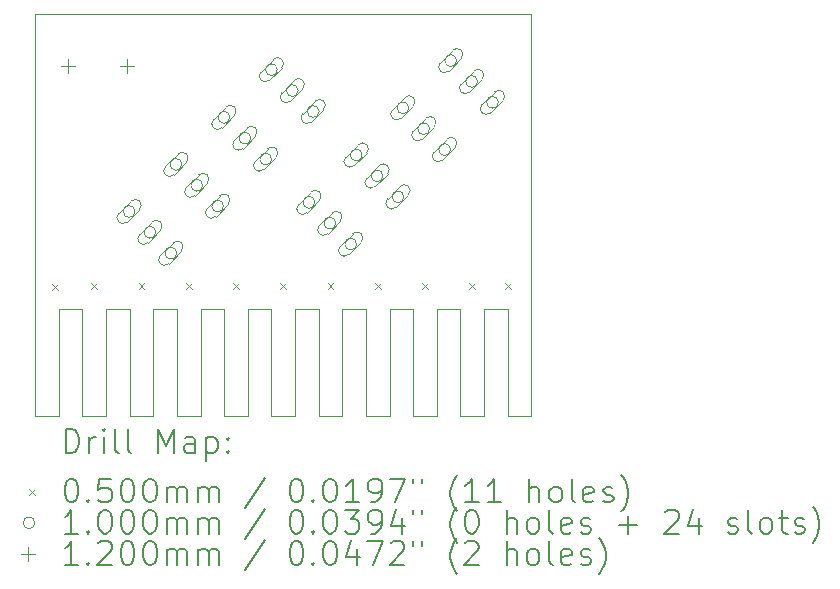
<source format=gbr>
%TF.GenerationSoftware,KiCad,Pcbnew,9.0.1*%
%TF.CreationDate,2025-06-01T13:14:17+02:00*%
%TF.ProjectId,Sim-module,53696d2d-6d6f-4647-956c-652e6b696361,rev?*%
%TF.SameCoordinates,Original*%
%TF.FileFunction,Drillmap*%
%TF.FilePolarity,Positive*%
%FSLAX45Y45*%
G04 Gerber Fmt 4.5, Leading zero omitted, Abs format (unit mm)*
G04 Created by KiCad (PCBNEW 9.0.1) date 2025-06-01 13:14:17*
%MOMM*%
%LPD*%
G01*
G04 APERTURE LIST*
%ADD10C,0.050000*%
%ADD11C,0.200000*%
%ADD12C,0.100000*%
%ADD13C,0.120000*%
G04 APERTURE END LIST*
D10*
X18700000Y-6500000D02*
X18900000Y-6500000D01*
X17500000Y-6500000D02*
X17700000Y-6500000D01*
X19300000Y-6500000D02*
X19300000Y-7400000D01*
X19100000Y-6500000D02*
X19300000Y-6500000D01*
X18500000Y-7400000D02*
X18700000Y-7400000D01*
X18900000Y-6500000D02*
X18900000Y-7400000D01*
X16300000Y-7400000D02*
X16300000Y-6500000D01*
X17300000Y-6500000D02*
X17300000Y-7400000D01*
X18300000Y-6500000D02*
X18500000Y-6500000D01*
X18100000Y-6500000D02*
X18100000Y-7400000D01*
X18300000Y-7400000D02*
X18300000Y-6500000D01*
X16500000Y-6500000D02*
X16500000Y-7400000D01*
X19100000Y-7400000D02*
X19100000Y-6500000D01*
X19300000Y-7400000D02*
X19500000Y-7400000D01*
X17700000Y-7400000D02*
X17900000Y-7400000D01*
X19700000Y-7400000D02*
X19900000Y-7400000D01*
X16500000Y-7400000D02*
X16700000Y-7400000D01*
X17100000Y-6500000D02*
X17300000Y-6500000D01*
X18900000Y-7400000D02*
X19100000Y-7400000D01*
X17500000Y-7400000D02*
X17500000Y-6500000D01*
X19900000Y-4000000D02*
X15700000Y-4000000D01*
X16300000Y-6500000D02*
X16500000Y-6500000D01*
X15700000Y-4000000D02*
X15700000Y-7400000D01*
X19900000Y-4000000D02*
X19900000Y-6500000D01*
X19900000Y-7400000D02*
X19900000Y-6500000D01*
X16700000Y-6500000D02*
X16900000Y-6500000D01*
X18700000Y-7400000D02*
X18700000Y-6500000D01*
X17300000Y-7400000D02*
X17500000Y-7400000D01*
X16900000Y-6500000D02*
X16900000Y-7400000D01*
X15900000Y-7400000D02*
X15900000Y-6500000D01*
X16900000Y-7400000D02*
X17100000Y-7400000D01*
X18500000Y-6500000D02*
X18500000Y-7400000D01*
X16700000Y-7400000D02*
X16700000Y-6500000D01*
X16100000Y-7400000D02*
X16300000Y-7400000D01*
X18100000Y-7400000D02*
X18300000Y-7400000D01*
X17900000Y-7400000D02*
X17900000Y-6500000D01*
X16100000Y-6500000D02*
X16100000Y-7400000D01*
X17900000Y-6500000D02*
X18100000Y-6500000D01*
X19700000Y-6500000D02*
X19700000Y-7400000D01*
X15900000Y-6500000D02*
X16100000Y-6500000D01*
X17700000Y-6500000D02*
X17700000Y-7400000D01*
X15700000Y-7400000D02*
X15900000Y-7400000D01*
X19500000Y-7400000D02*
X19500000Y-6500000D01*
X17100000Y-7400000D02*
X17100000Y-6500000D01*
X19500000Y-6500000D02*
X19700000Y-6500000D01*
D11*
D12*
X15842500Y-6285000D02*
X15892500Y-6335000D01*
X15892500Y-6285000D02*
X15842500Y-6335000D01*
X16175000Y-6280000D02*
X16225000Y-6330000D01*
X16225000Y-6280000D02*
X16175000Y-6330000D01*
X16575000Y-6280000D02*
X16625000Y-6330000D01*
X16625000Y-6280000D02*
X16575000Y-6330000D01*
X16975000Y-6280000D02*
X17025000Y-6330000D01*
X17025000Y-6280000D02*
X16975000Y-6330000D01*
X17375000Y-6280000D02*
X17425000Y-6330000D01*
X17425000Y-6280000D02*
X17375000Y-6330000D01*
X17775000Y-6280000D02*
X17825000Y-6330000D01*
X17825000Y-6280000D02*
X17775000Y-6330000D01*
X18175000Y-6280000D02*
X18225000Y-6330000D01*
X18225000Y-6280000D02*
X18175000Y-6330000D01*
X18575000Y-6280000D02*
X18625000Y-6330000D01*
X18625000Y-6280000D02*
X18575000Y-6330000D01*
X18975000Y-6280000D02*
X19025000Y-6330000D01*
X19025000Y-6280000D02*
X18975000Y-6330000D01*
X19375000Y-6280000D02*
X19425000Y-6330000D01*
X19425000Y-6280000D02*
X19375000Y-6330000D01*
X19675000Y-6280000D02*
X19725000Y-6330000D01*
X19725000Y-6280000D02*
X19675000Y-6330000D01*
X16545000Y-5670000D02*
G75*
G02*
X16445000Y-5670000I-50000J0D01*
G01*
X16445000Y-5670000D02*
G75*
G02*
X16545000Y-5670000I50000J0D01*
G01*
X16477322Y-5758388D02*
X16583388Y-5652322D01*
X16512678Y-5581612D02*
G75*
G02*
X16583388Y-5652322I35355J-35355D01*
G01*
X16512678Y-5581612D02*
X16406612Y-5687678D01*
X16406612Y-5687678D02*
G75*
G03*
X16477322Y-5758388I35355J-35355D01*
G01*
X16721777Y-5846777D02*
G75*
G02*
X16621777Y-5846777I-50000J0D01*
G01*
X16621777Y-5846777D02*
G75*
G02*
X16721777Y-5846777I50000J0D01*
G01*
X16654099Y-5935165D02*
X16760165Y-5829099D01*
X16689454Y-5758388D02*
G75*
G02*
X16760165Y-5829099I35355J-35355D01*
G01*
X16689454Y-5758388D02*
X16583388Y-5864454D01*
X16583388Y-5864454D02*
G75*
G03*
X16654099Y-5935165I35355J-35355D01*
G01*
X16898553Y-6023553D02*
G75*
G02*
X16798553Y-6023553I-50000J0D01*
G01*
X16798553Y-6023553D02*
G75*
G02*
X16898553Y-6023553I50000J0D01*
G01*
X16830876Y-6111942D02*
X16936942Y-6005876D01*
X16866231Y-5935165D02*
G75*
G02*
X16936942Y-6005876I35355J-35355D01*
G01*
X16866231Y-5935165D02*
X16760165Y-6041231D01*
X16760165Y-6041231D02*
G75*
G03*
X16830876Y-6111942I35355J-35355D01*
G01*
X16941447Y-5271447D02*
G75*
G02*
X16841447Y-5271447I-50000J0D01*
G01*
X16841447Y-5271447D02*
G75*
G02*
X16941447Y-5271447I50000J0D01*
G01*
X16873769Y-5359835D02*
X16979835Y-5253769D01*
X16909124Y-5183058D02*
G75*
G02*
X16979835Y-5253769I35355J-35355D01*
G01*
X16909124Y-5183058D02*
X16803058Y-5289124D01*
X16803058Y-5289124D02*
G75*
G03*
X16873769Y-5359835I35355J-35355D01*
G01*
X17118223Y-5448223D02*
G75*
G02*
X17018223Y-5448223I-50000J0D01*
G01*
X17018223Y-5448223D02*
G75*
G02*
X17118223Y-5448223I50000J0D01*
G01*
X17050546Y-5536612D02*
X17156612Y-5430546D01*
X17085901Y-5359835D02*
G75*
G02*
X17156612Y-5430546I35355J-35355D01*
G01*
X17085901Y-5359835D02*
X16979835Y-5465901D01*
X16979835Y-5465901D02*
G75*
G03*
X17050546Y-5536612I35355J-35355D01*
G01*
X17295000Y-5625000D02*
G75*
G02*
X17195000Y-5625000I-50000J0D01*
G01*
X17195000Y-5625000D02*
G75*
G02*
X17295000Y-5625000I50000J0D01*
G01*
X17227322Y-5713388D02*
X17333388Y-5607322D01*
X17262678Y-5536612D02*
G75*
G02*
X17333388Y-5607322I35355J-35355D01*
G01*
X17262678Y-5536612D02*
X17156612Y-5642678D01*
X17156612Y-5642678D02*
G75*
G03*
X17227322Y-5713388I35355J-35355D01*
G01*
X17348223Y-4873223D02*
G75*
G02*
X17248223Y-4873223I-50000J0D01*
G01*
X17248223Y-4873223D02*
G75*
G02*
X17348223Y-4873223I50000J0D01*
G01*
X17280546Y-4961612D02*
X17386612Y-4855546D01*
X17315901Y-4784835D02*
G75*
G02*
X17386612Y-4855546I35355J-35355D01*
G01*
X17315901Y-4784835D02*
X17209835Y-4890901D01*
X17209835Y-4890901D02*
G75*
G03*
X17280546Y-4961612I35355J-35355D01*
G01*
X17525000Y-5050000D02*
G75*
G02*
X17425000Y-5050000I-50000J0D01*
G01*
X17425000Y-5050000D02*
G75*
G02*
X17525000Y-5050000I50000J0D01*
G01*
X17457322Y-5138388D02*
X17563388Y-5032322D01*
X17492678Y-4961612D02*
G75*
G02*
X17563388Y-5032322I35355J-35355D01*
G01*
X17492678Y-4961612D02*
X17386612Y-5067678D01*
X17386612Y-5067678D02*
G75*
G03*
X17457322Y-5138388I35355J-35355D01*
G01*
X17701777Y-5226777D02*
G75*
G02*
X17601777Y-5226777I-50000J0D01*
G01*
X17601777Y-5226777D02*
G75*
G02*
X17701777Y-5226777I50000J0D01*
G01*
X17634099Y-5315165D02*
X17740165Y-5209099D01*
X17669454Y-5138388D02*
G75*
G02*
X17740165Y-5209099I35355J-35355D01*
G01*
X17669454Y-5138388D02*
X17563388Y-5244454D01*
X17563388Y-5244454D02*
G75*
G03*
X17634099Y-5315165I35355J-35355D01*
G01*
X17750000Y-4470000D02*
G75*
G02*
X17650000Y-4470000I-50000J0D01*
G01*
X17650000Y-4470000D02*
G75*
G02*
X17750000Y-4470000I50000J0D01*
G01*
X17682322Y-4558388D02*
X17788388Y-4452322D01*
X17717678Y-4381612D02*
G75*
G02*
X17788388Y-4452322I35355J-35355D01*
G01*
X17717678Y-4381612D02*
X17611612Y-4487678D01*
X17611612Y-4487678D02*
G75*
G03*
X17682322Y-4558388I35355J-35355D01*
G01*
X17926777Y-4646777D02*
G75*
G02*
X17826777Y-4646777I-50000J0D01*
G01*
X17826777Y-4646777D02*
G75*
G02*
X17926777Y-4646777I50000J0D01*
G01*
X17859099Y-4735165D02*
X17965165Y-4629099D01*
X17894454Y-4558388D02*
G75*
G02*
X17965165Y-4629099I35355J-35355D01*
G01*
X17894454Y-4558388D02*
X17788388Y-4664454D01*
X17788388Y-4664454D02*
G75*
G03*
X17859099Y-4735165I35355J-35355D01*
G01*
X18067911Y-5592911D02*
G75*
G02*
X17967911Y-5592911I-50000J0D01*
G01*
X17967911Y-5592911D02*
G75*
G02*
X18067911Y-5592911I50000J0D01*
G01*
X18000233Y-5681299D02*
X18106299Y-5575233D01*
X18035589Y-5504523D02*
G75*
G02*
X18106299Y-5575233I35355J-35355D01*
G01*
X18035589Y-5504523D02*
X17929523Y-5610589D01*
X17929523Y-5610589D02*
G75*
G03*
X18000233Y-5681299I35355J-35355D01*
G01*
X18103553Y-4823553D02*
G75*
G02*
X18003553Y-4823553I-50000J0D01*
G01*
X18003553Y-4823553D02*
G75*
G02*
X18103553Y-4823553I50000J0D01*
G01*
X18035876Y-4911942D02*
X18141942Y-4805876D01*
X18071231Y-4735165D02*
G75*
G02*
X18141942Y-4805876I35355J-35355D01*
G01*
X18071231Y-4735165D02*
X17965165Y-4841231D01*
X17965165Y-4841231D02*
G75*
G03*
X18035876Y-4911942I35355J-35355D01*
G01*
X18244688Y-5769688D02*
G75*
G02*
X18144688Y-5769688I-50000J0D01*
G01*
X18144688Y-5769688D02*
G75*
G02*
X18244688Y-5769688I50000J0D01*
G01*
X18177010Y-5858076D02*
X18283076Y-5752010D01*
X18212366Y-5681299D02*
G75*
G02*
X18283076Y-5752010I35355J-35355D01*
G01*
X18212366Y-5681299D02*
X18106300Y-5787365D01*
X18106300Y-5787365D02*
G75*
G03*
X18177010Y-5858076I35355J-35355D01*
G01*
X18421465Y-5946464D02*
G75*
G02*
X18321465Y-5946464I-50000J0D01*
G01*
X18321465Y-5946464D02*
G75*
G02*
X18421465Y-5946464I50000J0D01*
G01*
X18353787Y-6034853D02*
X18459853Y-5928787D01*
X18389142Y-5858076D02*
G75*
G02*
X18459853Y-5928787I35355J-35355D01*
G01*
X18389142Y-5858076D02*
X18283076Y-5964142D01*
X18283076Y-5964142D02*
G75*
G03*
X18353787Y-6034853I35355J-35355D01*
G01*
X18467911Y-5192911D02*
G75*
G02*
X18367911Y-5192911I-50000J0D01*
G01*
X18367911Y-5192911D02*
G75*
G02*
X18467911Y-5192911I50000J0D01*
G01*
X18400233Y-5281299D02*
X18506299Y-5175233D01*
X18435589Y-5104523D02*
G75*
G02*
X18506299Y-5175233I35355J-35355D01*
G01*
X18435589Y-5104523D02*
X18329523Y-5210589D01*
X18329523Y-5210589D02*
G75*
G03*
X18400233Y-5281299I35355J-35355D01*
G01*
X18644688Y-5369688D02*
G75*
G02*
X18544688Y-5369688I-50000J0D01*
G01*
X18544688Y-5369688D02*
G75*
G02*
X18644688Y-5369688I50000J0D01*
G01*
X18577010Y-5458076D02*
X18683076Y-5352010D01*
X18612366Y-5281300D02*
G75*
G02*
X18683076Y-5352010I35355J-35355D01*
G01*
X18612366Y-5281300D02*
X18506300Y-5387366D01*
X18506300Y-5387366D02*
G75*
G03*
X18577010Y-5458076I35355J-35355D01*
G01*
X18821465Y-5546465D02*
G75*
G02*
X18721465Y-5546465I-50000J0D01*
G01*
X18721465Y-5546465D02*
G75*
G02*
X18821465Y-5546465I50000J0D01*
G01*
X18753787Y-5634853D02*
X18859853Y-5528787D01*
X18789142Y-5458076D02*
G75*
G02*
X18859853Y-5528787I35355J-35355D01*
G01*
X18789142Y-5458076D02*
X18683076Y-5564142D01*
X18683076Y-5564142D02*
G75*
G03*
X18753787Y-5634853I35355J-35355D01*
G01*
X18862599Y-4792911D02*
G75*
G02*
X18762599Y-4792911I-50000J0D01*
G01*
X18762599Y-4792911D02*
G75*
G02*
X18862599Y-4792911I50000J0D01*
G01*
X18794921Y-4881299D02*
X18900987Y-4775233D01*
X18830277Y-4704523D02*
G75*
G02*
X18900987Y-4775233I35355J-35355D01*
G01*
X18830277Y-4704523D02*
X18724211Y-4810589D01*
X18724211Y-4810589D02*
G75*
G03*
X18794921Y-4881299I35355J-35355D01*
G01*
X19039376Y-4969688D02*
G75*
G02*
X18939376Y-4969688I-50000J0D01*
G01*
X18939376Y-4969688D02*
G75*
G02*
X19039376Y-4969688I50000J0D01*
G01*
X18971698Y-5058076D02*
X19077764Y-4952010D01*
X19007053Y-4881300D02*
G75*
G02*
X19077764Y-4952010I35355J-35355D01*
G01*
X19007053Y-4881300D02*
X18900987Y-4987366D01*
X18900987Y-4987366D02*
G75*
G03*
X18971698Y-5058076I35355J-35355D01*
G01*
X19216152Y-5146465D02*
G75*
G02*
X19116152Y-5146465I-50000J0D01*
G01*
X19116152Y-5146465D02*
G75*
G02*
X19216152Y-5146465I50000J0D01*
G01*
X19148475Y-5234853D02*
X19254541Y-5128787D01*
X19183830Y-5058076D02*
G75*
G02*
X19254541Y-5128787I35355J-35355D01*
G01*
X19183830Y-5058076D02*
X19077764Y-5164142D01*
X19077764Y-5164142D02*
G75*
G03*
X19148475Y-5234853I35355J-35355D01*
G01*
X19267911Y-4392911D02*
G75*
G02*
X19167911Y-4392911I-50000J0D01*
G01*
X19167911Y-4392911D02*
G75*
G02*
X19267911Y-4392911I50000J0D01*
G01*
X19200233Y-4481299D02*
X19306299Y-4375233D01*
X19235589Y-4304523D02*
G75*
G02*
X19306299Y-4375233I35355J-35355D01*
G01*
X19235589Y-4304523D02*
X19129523Y-4410589D01*
X19129523Y-4410589D02*
G75*
G03*
X19200233Y-4481299I35355J-35355D01*
G01*
X19444688Y-4569688D02*
G75*
G02*
X19344688Y-4569688I-50000J0D01*
G01*
X19344688Y-4569688D02*
G75*
G02*
X19444688Y-4569688I50000J0D01*
G01*
X19377010Y-4658076D02*
X19483076Y-4552010D01*
X19412366Y-4481300D02*
G75*
G02*
X19483076Y-4552010I35355J-35355D01*
G01*
X19412366Y-4481300D02*
X19306300Y-4587366D01*
X19306300Y-4587366D02*
G75*
G03*
X19377010Y-4658076I35355J-35355D01*
G01*
X19621465Y-4746465D02*
G75*
G02*
X19521465Y-4746465I-50000J0D01*
G01*
X19521465Y-4746465D02*
G75*
G02*
X19621465Y-4746465I50000J0D01*
G01*
X19553787Y-4834853D02*
X19659853Y-4728787D01*
X19589142Y-4658076D02*
G75*
G02*
X19659853Y-4728787I35355J-35355D01*
G01*
X19589142Y-4658076D02*
X19483076Y-4764142D01*
X19483076Y-4764142D02*
G75*
G03*
X19553787Y-4834853I35355J-35355D01*
G01*
D13*
X15980000Y-4380000D02*
X15980000Y-4500000D01*
X15920000Y-4440000D02*
X16040000Y-4440000D01*
X16480000Y-4380000D02*
X16480000Y-4500000D01*
X16420000Y-4440000D02*
X16540000Y-4440000D01*
D11*
X15958277Y-7713984D02*
X15958277Y-7513984D01*
X15958277Y-7513984D02*
X16005896Y-7513984D01*
X16005896Y-7513984D02*
X16034467Y-7523508D01*
X16034467Y-7523508D02*
X16053515Y-7542555D01*
X16053515Y-7542555D02*
X16063039Y-7561603D01*
X16063039Y-7561603D02*
X16072562Y-7599698D01*
X16072562Y-7599698D02*
X16072562Y-7628269D01*
X16072562Y-7628269D02*
X16063039Y-7666365D01*
X16063039Y-7666365D02*
X16053515Y-7685412D01*
X16053515Y-7685412D02*
X16034467Y-7704460D01*
X16034467Y-7704460D02*
X16005896Y-7713984D01*
X16005896Y-7713984D02*
X15958277Y-7713984D01*
X16158277Y-7713984D02*
X16158277Y-7580650D01*
X16158277Y-7618746D02*
X16167801Y-7599698D01*
X16167801Y-7599698D02*
X16177324Y-7590174D01*
X16177324Y-7590174D02*
X16196372Y-7580650D01*
X16196372Y-7580650D02*
X16215420Y-7580650D01*
X16282086Y-7713984D02*
X16282086Y-7580650D01*
X16282086Y-7513984D02*
X16272562Y-7523508D01*
X16272562Y-7523508D02*
X16282086Y-7533031D01*
X16282086Y-7533031D02*
X16291610Y-7523508D01*
X16291610Y-7523508D02*
X16282086Y-7513984D01*
X16282086Y-7513984D02*
X16282086Y-7533031D01*
X16405896Y-7713984D02*
X16386848Y-7704460D01*
X16386848Y-7704460D02*
X16377324Y-7685412D01*
X16377324Y-7685412D02*
X16377324Y-7513984D01*
X16510658Y-7713984D02*
X16491610Y-7704460D01*
X16491610Y-7704460D02*
X16482086Y-7685412D01*
X16482086Y-7685412D02*
X16482086Y-7513984D01*
X16739229Y-7713984D02*
X16739229Y-7513984D01*
X16739229Y-7513984D02*
X16805896Y-7656841D01*
X16805896Y-7656841D02*
X16872563Y-7513984D01*
X16872563Y-7513984D02*
X16872563Y-7713984D01*
X17053515Y-7713984D02*
X17053515Y-7609222D01*
X17053515Y-7609222D02*
X17043991Y-7590174D01*
X17043991Y-7590174D02*
X17024944Y-7580650D01*
X17024944Y-7580650D02*
X16986848Y-7580650D01*
X16986848Y-7580650D02*
X16967801Y-7590174D01*
X17053515Y-7704460D02*
X17034467Y-7713984D01*
X17034467Y-7713984D02*
X16986848Y-7713984D01*
X16986848Y-7713984D02*
X16967801Y-7704460D01*
X16967801Y-7704460D02*
X16958277Y-7685412D01*
X16958277Y-7685412D02*
X16958277Y-7666365D01*
X16958277Y-7666365D02*
X16967801Y-7647317D01*
X16967801Y-7647317D02*
X16986848Y-7637793D01*
X16986848Y-7637793D02*
X17034467Y-7637793D01*
X17034467Y-7637793D02*
X17053515Y-7628269D01*
X17148753Y-7580650D02*
X17148753Y-7780650D01*
X17148753Y-7590174D02*
X17167801Y-7580650D01*
X17167801Y-7580650D02*
X17205896Y-7580650D01*
X17205896Y-7580650D02*
X17224944Y-7590174D01*
X17224944Y-7590174D02*
X17234467Y-7599698D01*
X17234467Y-7599698D02*
X17243991Y-7618746D01*
X17243991Y-7618746D02*
X17243991Y-7675888D01*
X17243991Y-7675888D02*
X17234467Y-7694936D01*
X17234467Y-7694936D02*
X17224944Y-7704460D01*
X17224944Y-7704460D02*
X17205896Y-7713984D01*
X17205896Y-7713984D02*
X17167801Y-7713984D01*
X17167801Y-7713984D02*
X17148753Y-7704460D01*
X17329705Y-7694936D02*
X17339229Y-7704460D01*
X17339229Y-7704460D02*
X17329705Y-7713984D01*
X17329705Y-7713984D02*
X17320182Y-7704460D01*
X17320182Y-7704460D02*
X17329705Y-7694936D01*
X17329705Y-7694936D02*
X17329705Y-7713984D01*
X17329705Y-7590174D02*
X17339229Y-7599698D01*
X17339229Y-7599698D02*
X17329705Y-7609222D01*
X17329705Y-7609222D02*
X17320182Y-7599698D01*
X17320182Y-7599698D02*
X17329705Y-7590174D01*
X17329705Y-7590174D02*
X17329705Y-7609222D01*
D12*
X15647500Y-8017500D02*
X15697500Y-8067500D01*
X15697500Y-8017500D02*
X15647500Y-8067500D01*
D11*
X15996372Y-7933984D02*
X16015420Y-7933984D01*
X16015420Y-7933984D02*
X16034467Y-7943508D01*
X16034467Y-7943508D02*
X16043991Y-7953031D01*
X16043991Y-7953031D02*
X16053515Y-7972079D01*
X16053515Y-7972079D02*
X16063039Y-8010174D01*
X16063039Y-8010174D02*
X16063039Y-8057793D01*
X16063039Y-8057793D02*
X16053515Y-8095888D01*
X16053515Y-8095888D02*
X16043991Y-8114936D01*
X16043991Y-8114936D02*
X16034467Y-8124460D01*
X16034467Y-8124460D02*
X16015420Y-8133984D01*
X16015420Y-8133984D02*
X15996372Y-8133984D01*
X15996372Y-8133984D02*
X15977324Y-8124460D01*
X15977324Y-8124460D02*
X15967801Y-8114936D01*
X15967801Y-8114936D02*
X15958277Y-8095888D01*
X15958277Y-8095888D02*
X15948753Y-8057793D01*
X15948753Y-8057793D02*
X15948753Y-8010174D01*
X15948753Y-8010174D02*
X15958277Y-7972079D01*
X15958277Y-7972079D02*
X15967801Y-7953031D01*
X15967801Y-7953031D02*
X15977324Y-7943508D01*
X15977324Y-7943508D02*
X15996372Y-7933984D01*
X16148753Y-8114936D02*
X16158277Y-8124460D01*
X16158277Y-8124460D02*
X16148753Y-8133984D01*
X16148753Y-8133984D02*
X16139229Y-8124460D01*
X16139229Y-8124460D02*
X16148753Y-8114936D01*
X16148753Y-8114936D02*
X16148753Y-8133984D01*
X16339229Y-7933984D02*
X16243991Y-7933984D01*
X16243991Y-7933984D02*
X16234467Y-8029222D01*
X16234467Y-8029222D02*
X16243991Y-8019698D01*
X16243991Y-8019698D02*
X16263039Y-8010174D01*
X16263039Y-8010174D02*
X16310658Y-8010174D01*
X16310658Y-8010174D02*
X16329705Y-8019698D01*
X16329705Y-8019698D02*
X16339229Y-8029222D01*
X16339229Y-8029222D02*
X16348753Y-8048269D01*
X16348753Y-8048269D02*
X16348753Y-8095888D01*
X16348753Y-8095888D02*
X16339229Y-8114936D01*
X16339229Y-8114936D02*
X16329705Y-8124460D01*
X16329705Y-8124460D02*
X16310658Y-8133984D01*
X16310658Y-8133984D02*
X16263039Y-8133984D01*
X16263039Y-8133984D02*
X16243991Y-8124460D01*
X16243991Y-8124460D02*
X16234467Y-8114936D01*
X16472562Y-7933984D02*
X16491610Y-7933984D01*
X16491610Y-7933984D02*
X16510658Y-7943508D01*
X16510658Y-7943508D02*
X16520182Y-7953031D01*
X16520182Y-7953031D02*
X16529705Y-7972079D01*
X16529705Y-7972079D02*
X16539229Y-8010174D01*
X16539229Y-8010174D02*
X16539229Y-8057793D01*
X16539229Y-8057793D02*
X16529705Y-8095888D01*
X16529705Y-8095888D02*
X16520182Y-8114936D01*
X16520182Y-8114936D02*
X16510658Y-8124460D01*
X16510658Y-8124460D02*
X16491610Y-8133984D01*
X16491610Y-8133984D02*
X16472562Y-8133984D01*
X16472562Y-8133984D02*
X16453515Y-8124460D01*
X16453515Y-8124460D02*
X16443991Y-8114936D01*
X16443991Y-8114936D02*
X16434467Y-8095888D01*
X16434467Y-8095888D02*
X16424943Y-8057793D01*
X16424943Y-8057793D02*
X16424943Y-8010174D01*
X16424943Y-8010174D02*
X16434467Y-7972079D01*
X16434467Y-7972079D02*
X16443991Y-7953031D01*
X16443991Y-7953031D02*
X16453515Y-7943508D01*
X16453515Y-7943508D02*
X16472562Y-7933984D01*
X16663039Y-7933984D02*
X16682086Y-7933984D01*
X16682086Y-7933984D02*
X16701134Y-7943508D01*
X16701134Y-7943508D02*
X16710658Y-7953031D01*
X16710658Y-7953031D02*
X16720182Y-7972079D01*
X16720182Y-7972079D02*
X16729705Y-8010174D01*
X16729705Y-8010174D02*
X16729705Y-8057793D01*
X16729705Y-8057793D02*
X16720182Y-8095888D01*
X16720182Y-8095888D02*
X16710658Y-8114936D01*
X16710658Y-8114936D02*
X16701134Y-8124460D01*
X16701134Y-8124460D02*
X16682086Y-8133984D01*
X16682086Y-8133984D02*
X16663039Y-8133984D01*
X16663039Y-8133984D02*
X16643991Y-8124460D01*
X16643991Y-8124460D02*
X16634467Y-8114936D01*
X16634467Y-8114936D02*
X16624943Y-8095888D01*
X16624943Y-8095888D02*
X16615420Y-8057793D01*
X16615420Y-8057793D02*
X16615420Y-8010174D01*
X16615420Y-8010174D02*
X16624943Y-7972079D01*
X16624943Y-7972079D02*
X16634467Y-7953031D01*
X16634467Y-7953031D02*
X16643991Y-7943508D01*
X16643991Y-7943508D02*
X16663039Y-7933984D01*
X16815420Y-8133984D02*
X16815420Y-8000650D01*
X16815420Y-8019698D02*
X16824944Y-8010174D01*
X16824944Y-8010174D02*
X16843991Y-8000650D01*
X16843991Y-8000650D02*
X16872563Y-8000650D01*
X16872563Y-8000650D02*
X16891610Y-8010174D01*
X16891610Y-8010174D02*
X16901134Y-8029222D01*
X16901134Y-8029222D02*
X16901134Y-8133984D01*
X16901134Y-8029222D02*
X16910658Y-8010174D01*
X16910658Y-8010174D02*
X16929705Y-8000650D01*
X16929705Y-8000650D02*
X16958277Y-8000650D01*
X16958277Y-8000650D02*
X16977325Y-8010174D01*
X16977325Y-8010174D02*
X16986848Y-8029222D01*
X16986848Y-8029222D02*
X16986848Y-8133984D01*
X17082086Y-8133984D02*
X17082086Y-8000650D01*
X17082086Y-8019698D02*
X17091610Y-8010174D01*
X17091610Y-8010174D02*
X17110658Y-8000650D01*
X17110658Y-8000650D02*
X17139229Y-8000650D01*
X17139229Y-8000650D02*
X17158277Y-8010174D01*
X17158277Y-8010174D02*
X17167801Y-8029222D01*
X17167801Y-8029222D02*
X17167801Y-8133984D01*
X17167801Y-8029222D02*
X17177325Y-8010174D01*
X17177325Y-8010174D02*
X17196372Y-8000650D01*
X17196372Y-8000650D02*
X17224944Y-8000650D01*
X17224944Y-8000650D02*
X17243991Y-8010174D01*
X17243991Y-8010174D02*
X17253515Y-8029222D01*
X17253515Y-8029222D02*
X17253515Y-8133984D01*
X17643991Y-7924460D02*
X17472563Y-8181603D01*
X17901134Y-7933984D02*
X17920182Y-7933984D01*
X17920182Y-7933984D02*
X17939229Y-7943508D01*
X17939229Y-7943508D02*
X17948753Y-7953031D01*
X17948753Y-7953031D02*
X17958277Y-7972079D01*
X17958277Y-7972079D02*
X17967801Y-8010174D01*
X17967801Y-8010174D02*
X17967801Y-8057793D01*
X17967801Y-8057793D02*
X17958277Y-8095888D01*
X17958277Y-8095888D02*
X17948753Y-8114936D01*
X17948753Y-8114936D02*
X17939229Y-8124460D01*
X17939229Y-8124460D02*
X17920182Y-8133984D01*
X17920182Y-8133984D02*
X17901134Y-8133984D01*
X17901134Y-8133984D02*
X17882087Y-8124460D01*
X17882087Y-8124460D02*
X17872563Y-8114936D01*
X17872563Y-8114936D02*
X17863039Y-8095888D01*
X17863039Y-8095888D02*
X17853515Y-8057793D01*
X17853515Y-8057793D02*
X17853515Y-8010174D01*
X17853515Y-8010174D02*
X17863039Y-7972079D01*
X17863039Y-7972079D02*
X17872563Y-7953031D01*
X17872563Y-7953031D02*
X17882087Y-7943508D01*
X17882087Y-7943508D02*
X17901134Y-7933984D01*
X18053515Y-8114936D02*
X18063039Y-8124460D01*
X18063039Y-8124460D02*
X18053515Y-8133984D01*
X18053515Y-8133984D02*
X18043991Y-8124460D01*
X18043991Y-8124460D02*
X18053515Y-8114936D01*
X18053515Y-8114936D02*
X18053515Y-8133984D01*
X18186848Y-7933984D02*
X18205896Y-7933984D01*
X18205896Y-7933984D02*
X18224944Y-7943508D01*
X18224944Y-7943508D02*
X18234468Y-7953031D01*
X18234468Y-7953031D02*
X18243991Y-7972079D01*
X18243991Y-7972079D02*
X18253515Y-8010174D01*
X18253515Y-8010174D02*
X18253515Y-8057793D01*
X18253515Y-8057793D02*
X18243991Y-8095888D01*
X18243991Y-8095888D02*
X18234468Y-8114936D01*
X18234468Y-8114936D02*
X18224944Y-8124460D01*
X18224944Y-8124460D02*
X18205896Y-8133984D01*
X18205896Y-8133984D02*
X18186848Y-8133984D01*
X18186848Y-8133984D02*
X18167801Y-8124460D01*
X18167801Y-8124460D02*
X18158277Y-8114936D01*
X18158277Y-8114936D02*
X18148753Y-8095888D01*
X18148753Y-8095888D02*
X18139229Y-8057793D01*
X18139229Y-8057793D02*
X18139229Y-8010174D01*
X18139229Y-8010174D02*
X18148753Y-7972079D01*
X18148753Y-7972079D02*
X18158277Y-7953031D01*
X18158277Y-7953031D02*
X18167801Y-7943508D01*
X18167801Y-7943508D02*
X18186848Y-7933984D01*
X18443991Y-8133984D02*
X18329706Y-8133984D01*
X18386848Y-8133984D02*
X18386848Y-7933984D01*
X18386848Y-7933984D02*
X18367801Y-7962555D01*
X18367801Y-7962555D02*
X18348753Y-7981603D01*
X18348753Y-7981603D02*
X18329706Y-7991127D01*
X18539229Y-8133984D02*
X18577325Y-8133984D01*
X18577325Y-8133984D02*
X18596372Y-8124460D01*
X18596372Y-8124460D02*
X18605896Y-8114936D01*
X18605896Y-8114936D02*
X18624944Y-8086365D01*
X18624944Y-8086365D02*
X18634468Y-8048269D01*
X18634468Y-8048269D02*
X18634468Y-7972079D01*
X18634468Y-7972079D02*
X18624944Y-7953031D01*
X18624944Y-7953031D02*
X18615420Y-7943508D01*
X18615420Y-7943508D02*
X18596372Y-7933984D01*
X18596372Y-7933984D02*
X18558277Y-7933984D01*
X18558277Y-7933984D02*
X18539229Y-7943508D01*
X18539229Y-7943508D02*
X18529706Y-7953031D01*
X18529706Y-7953031D02*
X18520182Y-7972079D01*
X18520182Y-7972079D02*
X18520182Y-8019698D01*
X18520182Y-8019698D02*
X18529706Y-8038746D01*
X18529706Y-8038746D02*
X18539229Y-8048269D01*
X18539229Y-8048269D02*
X18558277Y-8057793D01*
X18558277Y-8057793D02*
X18596372Y-8057793D01*
X18596372Y-8057793D02*
X18615420Y-8048269D01*
X18615420Y-8048269D02*
X18624944Y-8038746D01*
X18624944Y-8038746D02*
X18634468Y-8019698D01*
X18701134Y-7933984D02*
X18834468Y-7933984D01*
X18834468Y-7933984D02*
X18748753Y-8133984D01*
X18901134Y-7933984D02*
X18901134Y-7972079D01*
X18977325Y-7933984D02*
X18977325Y-7972079D01*
X19272563Y-8210174D02*
X19263039Y-8200650D01*
X19263039Y-8200650D02*
X19243991Y-8172079D01*
X19243991Y-8172079D02*
X19234468Y-8153031D01*
X19234468Y-8153031D02*
X19224944Y-8124460D01*
X19224944Y-8124460D02*
X19215420Y-8076841D01*
X19215420Y-8076841D02*
X19215420Y-8038746D01*
X19215420Y-8038746D02*
X19224944Y-7991127D01*
X19224944Y-7991127D02*
X19234468Y-7962555D01*
X19234468Y-7962555D02*
X19243991Y-7943508D01*
X19243991Y-7943508D02*
X19263039Y-7914936D01*
X19263039Y-7914936D02*
X19272563Y-7905412D01*
X19453515Y-8133984D02*
X19339230Y-8133984D01*
X19396372Y-8133984D02*
X19396372Y-7933984D01*
X19396372Y-7933984D02*
X19377325Y-7962555D01*
X19377325Y-7962555D02*
X19358277Y-7981603D01*
X19358277Y-7981603D02*
X19339230Y-7991127D01*
X19643991Y-8133984D02*
X19529706Y-8133984D01*
X19586849Y-8133984D02*
X19586849Y-7933984D01*
X19586849Y-7933984D02*
X19567801Y-7962555D01*
X19567801Y-7962555D02*
X19548753Y-7981603D01*
X19548753Y-7981603D02*
X19529706Y-7991127D01*
X19882087Y-8133984D02*
X19882087Y-7933984D01*
X19967801Y-8133984D02*
X19967801Y-8029222D01*
X19967801Y-8029222D02*
X19958277Y-8010174D01*
X19958277Y-8010174D02*
X19939230Y-8000650D01*
X19939230Y-8000650D02*
X19910658Y-8000650D01*
X19910658Y-8000650D02*
X19891611Y-8010174D01*
X19891611Y-8010174D02*
X19882087Y-8019698D01*
X20091611Y-8133984D02*
X20072563Y-8124460D01*
X20072563Y-8124460D02*
X20063039Y-8114936D01*
X20063039Y-8114936D02*
X20053515Y-8095888D01*
X20053515Y-8095888D02*
X20053515Y-8038746D01*
X20053515Y-8038746D02*
X20063039Y-8019698D01*
X20063039Y-8019698D02*
X20072563Y-8010174D01*
X20072563Y-8010174D02*
X20091611Y-8000650D01*
X20091611Y-8000650D02*
X20120182Y-8000650D01*
X20120182Y-8000650D02*
X20139230Y-8010174D01*
X20139230Y-8010174D02*
X20148753Y-8019698D01*
X20148753Y-8019698D02*
X20158277Y-8038746D01*
X20158277Y-8038746D02*
X20158277Y-8095888D01*
X20158277Y-8095888D02*
X20148753Y-8114936D01*
X20148753Y-8114936D02*
X20139230Y-8124460D01*
X20139230Y-8124460D02*
X20120182Y-8133984D01*
X20120182Y-8133984D02*
X20091611Y-8133984D01*
X20272563Y-8133984D02*
X20253515Y-8124460D01*
X20253515Y-8124460D02*
X20243992Y-8105412D01*
X20243992Y-8105412D02*
X20243992Y-7933984D01*
X20424944Y-8124460D02*
X20405896Y-8133984D01*
X20405896Y-8133984D02*
X20367801Y-8133984D01*
X20367801Y-8133984D02*
X20348753Y-8124460D01*
X20348753Y-8124460D02*
X20339230Y-8105412D01*
X20339230Y-8105412D02*
X20339230Y-8029222D01*
X20339230Y-8029222D02*
X20348753Y-8010174D01*
X20348753Y-8010174D02*
X20367801Y-8000650D01*
X20367801Y-8000650D02*
X20405896Y-8000650D01*
X20405896Y-8000650D02*
X20424944Y-8010174D01*
X20424944Y-8010174D02*
X20434468Y-8029222D01*
X20434468Y-8029222D02*
X20434468Y-8048269D01*
X20434468Y-8048269D02*
X20339230Y-8067317D01*
X20510658Y-8124460D02*
X20529706Y-8133984D01*
X20529706Y-8133984D02*
X20567801Y-8133984D01*
X20567801Y-8133984D02*
X20586849Y-8124460D01*
X20586849Y-8124460D02*
X20596373Y-8105412D01*
X20596373Y-8105412D02*
X20596373Y-8095888D01*
X20596373Y-8095888D02*
X20586849Y-8076841D01*
X20586849Y-8076841D02*
X20567801Y-8067317D01*
X20567801Y-8067317D02*
X20539230Y-8067317D01*
X20539230Y-8067317D02*
X20520182Y-8057793D01*
X20520182Y-8057793D02*
X20510658Y-8038746D01*
X20510658Y-8038746D02*
X20510658Y-8029222D01*
X20510658Y-8029222D02*
X20520182Y-8010174D01*
X20520182Y-8010174D02*
X20539230Y-8000650D01*
X20539230Y-8000650D02*
X20567801Y-8000650D01*
X20567801Y-8000650D02*
X20586849Y-8010174D01*
X20663039Y-8210174D02*
X20672563Y-8200650D01*
X20672563Y-8200650D02*
X20691611Y-8172079D01*
X20691611Y-8172079D02*
X20701134Y-8153031D01*
X20701134Y-8153031D02*
X20710658Y-8124460D01*
X20710658Y-8124460D02*
X20720182Y-8076841D01*
X20720182Y-8076841D02*
X20720182Y-8038746D01*
X20720182Y-8038746D02*
X20710658Y-7991127D01*
X20710658Y-7991127D02*
X20701134Y-7962555D01*
X20701134Y-7962555D02*
X20691611Y-7943508D01*
X20691611Y-7943508D02*
X20672563Y-7914936D01*
X20672563Y-7914936D02*
X20663039Y-7905412D01*
D12*
X15697500Y-8306500D02*
G75*
G02*
X15597500Y-8306500I-50000J0D01*
G01*
X15597500Y-8306500D02*
G75*
G02*
X15697500Y-8306500I50000J0D01*
G01*
D11*
X16063039Y-8397984D02*
X15948753Y-8397984D01*
X16005896Y-8397984D02*
X16005896Y-8197984D01*
X16005896Y-8197984D02*
X15986848Y-8226555D01*
X15986848Y-8226555D02*
X15967801Y-8245603D01*
X15967801Y-8245603D02*
X15948753Y-8255127D01*
X16148753Y-8378936D02*
X16158277Y-8388460D01*
X16158277Y-8388460D02*
X16148753Y-8397984D01*
X16148753Y-8397984D02*
X16139229Y-8388460D01*
X16139229Y-8388460D02*
X16148753Y-8378936D01*
X16148753Y-8378936D02*
X16148753Y-8397984D01*
X16282086Y-8197984D02*
X16301134Y-8197984D01*
X16301134Y-8197984D02*
X16320182Y-8207508D01*
X16320182Y-8207508D02*
X16329705Y-8217031D01*
X16329705Y-8217031D02*
X16339229Y-8236079D01*
X16339229Y-8236079D02*
X16348753Y-8274174D01*
X16348753Y-8274174D02*
X16348753Y-8321793D01*
X16348753Y-8321793D02*
X16339229Y-8359888D01*
X16339229Y-8359888D02*
X16329705Y-8378936D01*
X16329705Y-8378936D02*
X16320182Y-8388460D01*
X16320182Y-8388460D02*
X16301134Y-8397984D01*
X16301134Y-8397984D02*
X16282086Y-8397984D01*
X16282086Y-8397984D02*
X16263039Y-8388460D01*
X16263039Y-8388460D02*
X16253515Y-8378936D01*
X16253515Y-8378936D02*
X16243991Y-8359888D01*
X16243991Y-8359888D02*
X16234467Y-8321793D01*
X16234467Y-8321793D02*
X16234467Y-8274174D01*
X16234467Y-8274174D02*
X16243991Y-8236079D01*
X16243991Y-8236079D02*
X16253515Y-8217031D01*
X16253515Y-8217031D02*
X16263039Y-8207508D01*
X16263039Y-8207508D02*
X16282086Y-8197984D01*
X16472562Y-8197984D02*
X16491610Y-8197984D01*
X16491610Y-8197984D02*
X16510658Y-8207508D01*
X16510658Y-8207508D02*
X16520182Y-8217031D01*
X16520182Y-8217031D02*
X16529705Y-8236079D01*
X16529705Y-8236079D02*
X16539229Y-8274174D01*
X16539229Y-8274174D02*
X16539229Y-8321793D01*
X16539229Y-8321793D02*
X16529705Y-8359888D01*
X16529705Y-8359888D02*
X16520182Y-8378936D01*
X16520182Y-8378936D02*
X16510658Y-8388460D01*
X16510658Y-8388460D02*
X16491610Y-8397984D01*
X16491610Y-8397984D02*
X16472562Y-8397984D01*
X16472562Y-8397984D02*
X16453515Y-8388460D01*
X16453515Y-8388460D02*
X16443991Y-8378936D01*
X16443991Y-8378936D02*
X16434467Y-8359888D01*
X16434467Y-8359888D02*
X16424943Y-8321793D01*
X16424943Y-8321793D02*
X16424943Y-8274174D01*
X16424943Y-8274174D02*
X16434467Y-8236079D01*
X16434467Y-8236079D02*
X16443991Y-8217031D01*
X16443991Y-8217031D02*
X16453515Y-8207508D01*
X16453515Y-8207508D02*
X16472562Y-8197984D01*
X16663039Y-8197984D02*
X16682086Y-8197984D01*
X16682086Y-8197984D02*
X16701134Y-8207508D01*
X16701134Y-8207508D02*
X16710658Y-8217031D01*
X16710658Y-8217031D02*
X16720182Y-8236079D01*
X16720182Y-8236079D02*
X16729705Y-8274174D01*
X16729705Y-8274174D02*
X16729705Y-8321793D01*
X16729705Y-8321793D02*
X16720182Y-8359888D01*
X16720182Y-8359888D02*
X16710658Y-8378936D01*
X16710658Y-8378936D02*
X16701134Y-8388460D01*
X16701134Y-8388460D02*
X16682086Y-8397984D01*
X16682086Y-8397984D02*
X16663039Y-8397984D01*
X16663039Y-8397984D02*
X16643991Y-8388460D01*
X16643991Y-8388460D02*
X16634467Y-8378936D01*
X16634467Y-8378936D02*
X16624943Y-8359888D01*
X16624943Y-8359888D02*
X16615420Y-8321793D01*
X16615420Y-8321793D02*
X16615420Y-8274174D01*
X16615420Y-8274174D02*
X16624943Y-8236079D01*
X16624943Y-8236079D02*
X16634467Y-8217031D01*
X16634467Y-8217031D02*
X16643991Y-8207508D01*
X16643991Y-8207508D02*
X16663039Y-8197984D01*
X16815420Y-8397984D02*
X16815420Y-8264650D01*
X16815420Y-8283698D02*
X16824944Y-8274174D01*
X16824944Y-8274174D02*
X16843991Y-8264650D01*
X16843991Y-8264650D02*
X16872563Y-8264650D01*
X16872563Y-8264650D02*
X16891610Y-8274174D01*
X16891610Y-8274174D02*
X16901134Y-8293222D01*
X16901134Y-8293222D02*
X16901134Y-8397984D01*
X16901134Y-8293222D02*
X16910658Y-8274174D01*
X16910658Y-8274174D02*
X16929705Y-8264650D01*
X16929705Y-8264650D02*
X16958277Y-8264650D01*
X16958277Y-8264650D02*
X16977325Y-8274174D01*
X16977325Y-8274174D02*
X16986848Y-8293222D01*
X16986848Y-8293222D02*
X16986848Y-8397984D01*
X17082086Y-8397984D02*
X17082086Y-8264650D01*
X17082086Y-8283698D02*
X17091610Y-8274174D01*
X17091610Y-8274174D02*
X17110658Y-8264650D01*
X17110658Y-8264650D02*
X17139229Y-8264650D01*
X17139229Y-8264650D02*
X17158277Y-8274174D01*
X17158277Y-8274174D02*
X17167801Y-8293222D01*
X17167801Y-8293222D02*
X17167801Y-8397984D01*
X17167801Y-8293222D02*
X17177325Y-8274174D01*
X17177325Y-8274174D02*
X17196372Y-8264650D01*
X17196372Y-8264650D02*
X17224944Y-8264650D01*
X17224944Y-8264650D02*
X17243991Y-8274174D01*
X17243991Y-8274174D02*
X17253515Y-8293222D01*
X17253515Y-8293222D02*
X17253515Y-8397984D01*
X17643991Y-8188460D02*
X17472563Y-8445603D01*
X17901134Y-8197984D02*
X17920182Y-8197984D01*
X17920182Y-8197984D02*
X17939229Y-8207508D01*
X17939229Y-8207508D02*
X17948753Y-8217031D01*
X17948753Y-8217031D02*
X17958277Y-8236079D01*
X17958277Y-8236079D02*
X17967801Y-8274174D01*
X17967801Y-8274174D02*
X17967801Y-8321793D01*
X17967801Y-8321793D02*
X17958277Y-8359888D01*
X17958277Y-8359888D02*
X17948753Y-8378936D01*
X17948753Y-8378936D02*
X17939229Y-8388460D01*
X17939229Y-8388460D02*
X17920182Y-8397984D01*
X17920182Y-8397984D02*
X17901134Y-8397984D01*
X17901134Y-8397984D02*
X17882087Y-8388460D01*
X17882087Y-8388460D02*
X17872563Y-8378936D01*
X17872563Y-8378936D02*
X17863039Y-8359888D01*
X17863039Y-8359888D02*
X17853515Y-8321793D01*
X17853515Y-8321793D02*
X17853515Y-8274174D01*
X17853515Y-8274174D02*
X17863039Y-8236079D01*
X17863039Y-8236079D02*
X17872563Y-8217031D01*
X17872563Y-8217031D02*
X17882087Y-8207508D01*
X17882087Y-8207508D02*
X17901134Y-8197984D01*
X18053515Y-8378936D02*
X18063039Y-8388460D01*
X18063039Y-8388460D02*
X18053515Y-8397984D01*
X18053515Y-8397984D02*
X18043991Y-8388460D01*
X18043991Y-8388460D02*
X18053515Y-8378936D01*
X18053515Y-8378936D02*
X18053515Y-8397984D01*
X18186848Y-8197984D02*
X18205896Y-8197984D01*
X18205896Y-8197984D02*
X18224944Y-8207508D01*
X18224944Y-8207508D02*
X18234468Y-8217031D01*
X18234468Y-8217031D02*
X18243991Y-8236079D01*
X18243991Y-8236079D02*
X18253515Y-8274174D01*
X18253515Y-8274174D02*
X18253515Y-8321793D01*
X18253515Y-8321793D02*
X18243991Y-8359888D01*
X18243991Y-8359888D02*
X18234468Y-8378936D01*
X18234468Y-8378936D02*
X18224944Y-8388460D01*
X18224944Y-8388460D02*
X18205896Y-8397984D01*
X18205896Y-8397984D02*
X18186848Y-8397984D01*
X18186848Y-8397984D02*
X18167801Y-8388460D01*
X18167801Y-8388460D02*
X18158277Y-8378936D01*
X18158277Y-8378936D02*
X18148753Y-8359888D01*
X18148753Y-8359888D02*
X18139229Y-8321793D01*
X18139229Y-8321793D02*
X18139229Y-8274174D01*
X18139229Y-8274174D02*
X18148753Y-8236079D01*
X18148753Y-8236079D02*
X18158277Y-8217031D01*
X18158277Y-8217031D02*
X18167801Y-8207508D01*
X18167801Y-8207508D02*
X18186848Y-8197984D01*
X18320182Y-8197984D02*
X18443991Y-8197984D01*
X18443991Y-8197984D02*
X18377325Y-8274174D01*
X18377325Y-8274174D02*
X18405896Y-8274174D01*
X18405896Y-8274174D02*
X18424944Y-8283698D01*
X18424944Y-8283698D02*
X18434468Y-8293222D01*
X18434468Y-8293222D02*
X18443991Y-8312269D01*
X18443991Y-8312269D02*
X18443991Y-8359888D01*
X18443991Y-8359888D02*
X18434468Y-8378936D01*
X18434468Y-8378936D02*
X18424944Y-8388460D01*
X18424944Y-8388460D02*
X18405896Y-8397984D01*
X18405896Y-8397984D02*
X18348753Y-8397984D01*
X18348753Y-8397984D02*
X18329706Y-8388460D01*
X18329706Y-8388460D02*
X18320182Y-8378936D01*
X18539229Y-8397984D02*
X18577325Y-8397984D01*
X18577325Y-8397984D02*
X18596372Y-8388460D01*
X18596372Y-8388460D02*
X18605896Y-8378936D01*
X18605896Y-8378936D02*
X18624944Y-8350365D01*
X18624944Y-8350365D02*
X18634468Y-8312269D01*
X18634468Y-8312269D02*
X18634468Y-8236079D01*
X18634468Y-8236079D02*
X18624944Y-8217031D01*
X18624944Y-8217031D02*
X18615420Y-8207508D01*
X18615420Y-8207508D02*
X18596372Y-8197984D01*
X18596372Y-8197984D02*
X18558277Y-8197984D01*
X18558277Y-8197984D02*
X18539229Y-8207508D01*
X18539229Y-8207508D02*
X18529706Y-8217031D01*
X18529706Y-8217031D02*
X18520182Y-8236079D01*
X18520182Y-8236079D02*
X18520182Y-8283698D01*
X18520182Y-8283698D02*
X18529706Y-8302746D01*
X18529706Y-8302746D02*
X18539229Y-8312269D01*
X18539229Y-8312269D02*
X18558277Y-8321793D01*
X18558277Y-8321793D02*
X18596372Y-8321793D01*
X18596372Y-8321793D02*
X18615420Y-8312269D01*
X18615420Y-8312269D02*
X18624944Y-8302746D01*
X18624944Y-8302746D02*
X18634468Y-8283698D01*
X18805896Y-8264650D02*
X18805896Y-8397984D01*
X18758277Y-8188460D02*
X18710658Y-8331317D01*
X18710658Y-8331317D02*
X18834468Y-8331317D01*
X18901134Y-8197984D02*
X18901134Y-8236079D01*
X18977325Y-8197984D02*
X18977325Y-8236079D01*
X19272563Y-8474174D02*
X19263039Y-8464650D01*
X19263039Y-8464650D02*
X19243991Y-8436079D01*
X19243991Y-8436079D02*
X19234468Y-8417031D01*
X19234468Y-8417031D02*
X19224944Y-8388460D01*
X19224944Y-8388460D02*
X19215420Y-8340841D01*
X19215420Y-8340841D02*
X19215420Y-8302746D01*
X19215420Y-8302746D02*
X19224944Y-8255127D01*
X19224944Y-8255127D02*
X19234468Y-8226555D01*
X19234468Y-8226555D02*
X19243991Y-8207508D01*
X19243991Y-8207508D02*
X19263039Y-8178936D01*
X19263039Y-8178936D02*
X19272563Y-8169412D01*
X19386849Y-8197984D02*
X19405896Y-8197984D01*
X19405896Y-8197984D02*
X19424944Y-8207508D01*
X19424944Y-8207508D02*
X19434468Y-8217031D01*
X19434468Y-8217031D02*
X19443991Y-8236079D01*
X19443991Y-8236079D02*
X19453515Y-8274174D01*
X19453515Y-8274174D02*
X19453515Y-8321793D01*
X19453515Y-8321793D02*
X19443991Y-8359888D01*
X19443991Y-8359888D02*
X19434468Y-8378936D01*
X19434468Y-8378936D02*
X19424944Y-8388460D01*
X19424944Y-8388460D02*
X19405896Y-8397984D01*
X19405896Y-8397984D02*
X19386849Y-8397984D01*
X19386849Y-8397984D02*
X19367801Y-8388460D01*
X19367801Y-8388460D02*
X19358277Y-8378936D01*
X19358277Y-8378936D02*
X19348753Y-8359888D01*
X19348753Y-8359888D02*
X19339230Y-8321793D01*
X19339230Y-8321793D02*
X19339230Y-8274174D01*
X19339230Y-8274174D02*
X19348753Y-8236079D01*
X19348753Y-8236079D02*
X19358277Y-8217031D01*
X19358277Y-8217031D02*
X19367801Y-8207508D01*
X19367801Y-8207508D02*
X19386849Y-8197984D01*
X19691611Y-8397984D02*
X19691611Y-8197984D01*
X19777325Y-8397984D02*
X19777325Y-8293222D01*
X19777325Y-8293222D02*
X19767801Y-8274174D01*
X19767801Y-8274174D02*
X19748753Y-8264650D01*
X19748753Y-8264650D02*
X19720182Y-8264650D01*
X19720182Y-8264650D02*
X19701134Y-8274174D01*
X19701134Y-8274174D02*
X19691611Y-8283698D01*
X19901134Y-8397984D02*
X19882087Y-8388460D01*
X19882087Y-8388460D02*
X19872563Y-8378936D01*
X19872563Y-8378936D02*
X19863039Y-8359888D01*
X19863039Y-8359888D02*
X19863039Y-8302746D01*
X19863039Y-8302746D02*
X19872563Y-8283698D01*
X19872563Y-8283698D02*
X19882087Y-8274174D01*
X19882087Y-8274174D02*
X19901134Y-8264650D01*
X19901134Y-8264650D02*
X19929706Y-8264650D01*
X19929706Y-8264650D02*
X19948753Y-8274174D01*
X19948753Y-8274174D02*
X19958277Y-8283698D01*
X19958277Y-8283698D02*
X19967801Y-8302746D01*
X19967801Y-8302746D02*
X19967801Y-8359888D01*
X19967801Y-8359888D02*
X19958277Y-8378936D01*
X19958277Y-8378936D02*
X19948753Y-8388460D01*
X19948753Y-8388460D02*
X19929706Y-8397984D01*
X19929706Y-8397984D02*
X19901134Y-8397984D01*
X20082087Y-8397984D02*
X20063039Y-8388460D01*
X20063039Y-8388460D02*
X20053515Y-8369412D01*
X20053515Y-8369412D02*
X20053515Y-8197984D01*
X20234468Y-8388460D02*
X20215420Y-8397984D01*
X20215420Y-8397984D02*
X20177325Y-8397984D01*
X20177325Y-8397984D02*
X20158277Y-8388460D01*
X20158277Y-8388460D02*
X20148753Y-8369412D01*
X20148753Y-8369412D02*
X20148753Y-8293222D01*
X20148753Y-8293222D02*
X20158277Y-8274174D01*
X20158277Y-8274174D02*
X20177325Y-8264650D01*
X20177325Y-8264650D02*
X20215420Y-8264650D01*
X20215420Y-8264650D02*
X20234468Y-8274174D01*
X20234468Y-8274174D02*
X20243992Y-8293222D01*
X20243992Y-8293222D02*
X20243992Y-8312269D01*
X20243992Y-8312269D02*
X20148753Y-8331317D01*
X20320182Y-8388460D02*
X20339230Y-8397984D01*
X20339230Y-8397984D02*
X20377325Y-8397984D01*
X20377325Y-8397984D02*
X20396373Y-8388460D01*
X20396373Y-8388460D02*
X20405896Y-8369412D01*
X20405896Y-8369412D02*
X20405896Y-8359888D01*
X20405896Y-8359888D02*
X20396373Y-8340841D01*
X20396373Y-8340841D02*
X20377325Y-8331317D01*
X20377325Y-8331317D02*
X20348753Y-8331317D01*
X20348753Y-8331317D02*
X20329706Y-8321793D01*
X20329706Y-8321793D02*
X20320182Y-8302746D01*
X20320182Y-8302746D02*
X20320182Y-8293222D01*
X20320182Y-8293222D02*
X20329706Y-8274174D01*
X20329706Y-8274174D02*
X20348753Y-8264650D01*
X20348753Y-8264650D02*
X20377325Y-8264650D01*
X20377325Y-8264650D02*
X20396373Y-8274174D01*
X20643992Y-8321793D02*
X20796373Y-8321793D01*
X20720182Y-8397984D02*
X20720182Y-8245603D01*
X21034468Y-8217031D02*
X21043992Y-8207508D01*
X21043992Y-8207508D02*
X21063039Y-8197984D01*
X21063039Y-8197984D02*
X21110658Y-8197984D01*
X21110658Y-8197984D02*
X21129706Y-8207508D01*
X21129706Y-8207508D02*
X21139230Y-8217031D01*
X21139230Y-8217031D02*
X21148754Y-8236079D01*
X21148754Y-8236079D02*
X21148754Y-8255127D01*
X21148754Y-8255127D02*
X21139230Y-8283698D01*
X21139230Y-8283698D02*
X21024944Y-8397984D01*
X21024944Y-8397984D02*
X21148754Y-8397984D01*
X21320182Y-8264650D02*
X21320182Y-8397984D01*
X21272563Y-8188460D02*
X21224944Y-8331317D01*
X21224944Y-8331317D02*
X21348754Y-8331317D01*
X21567801Y-8388460D02*
X21586849Y-8397984D01*
X21586849Y-8397984D02*
X21624944Y-8397984D01*
X21624944Y-8397984D02*
X21643992Y-8388460D01*
X21643992Y-8388460D02*
X21653516Y-8369412D01*
X21653516Y-8369412D02*
X21653516Y-8359888D01*
X21653516Y-8359888D02*
X21643992Y-8340841D01*
X21643992Y-8340841D02*
X21624944Y-8331317D01*
X21624944Y-8331317D02*
X21596373Y-8331317D01*
X21596373Y-8331317D02*
X21577325Y-8321793D01*
X21577325Y-8321793D02*
X21567801Y-8302746D01*
X21567801Y-8302746D02*
X21567801Y-8293222D01*
X21567801Y-8293222D02*
X21577325Y-8274174D01*
X21577325Y-8274174D02*
X21596373Y-8264650D01*
X21596373Y-8264650D02*
X21624944Y-8264650D01*
X21624944Y-8264650D02*
X21643992Y-8274174D01*
X21767801Y-8397984D02*
X21748754Y-8388460D01*
X21748754Y-8388460D02*
X21739230Y-8369412D01*
X21739230Y-8369412D02*
X21739230Y-8197984D01*
X21872563Y-8397984D02*
X21853516Y-8388460D01*
X21853516Y-8388460D02*
X21843992Y-8378936D01*
X21843992Y-8378936D02*
X21834468Y-8359888D01*
X21834468Y-8359888D02*
X21834468Y-8302746D01*
X21834468Y-8302746D02*
X21843992Y-8283698D01*
X21843992Y-8283698D02*
X21853516Y-8274174D01*
X21853516Y-8274174D02*
X21872563Y-8264650D01*
X21872563Y-8264650D02*
X21901135Y-8264650D01*
X21901135Y-8264650D02*
X21920182Y-8274174D01*
X21920182Y-8274174D02*
X21929706Y-8283698D01*
X21929706Y-8283698D02*
X21939230Y-8302746D01*
X21939230Y-8302746D02*
X21939230Y-8359888D01*
X21939230Y-8359888D02*
X21929706Y-8378936D01*
X21929706Y-8378936D02*
X21920182Y-8388460D01*
X21920182Y-8388460D02*
X21901135Y-8397984D01*
X21901135Y-8397984D02*
X21872563Y-8397984D01*
X21996373Y-8264650D02*
X22072563Y-8264650D01*
X22024944Y-8197984D02*
X22024944Y-8369412D01*
X22024944Y-8369412D02*
X22034468Y-8388460D01*
X22034468Y-8388460D02*
X22053516Y-8397984D01*
X22053516Y-8397984D02*
X22072563Y-8397984D01*
X22129706Y-8388460D02*
X22148754Y-8397984D01*
X22148754Y-8397984D02*
X22186849Y-8397984D01*
X22186849Y-8397984D02*
X22205897Y-8388460D01*
X22205897Y-8388460D02*
X22215420Y-8369412D01*
X22215420Y-8369412D02*
X22215420Y-8359888D01*
X22215420Y-8359888D02*
X22205897Y-8340841D01*
X22205897Y-8340841D02*
X22186849Y-8331317D01*
X22186849Y-8331317D02*
X22158277Y-8331317D01*
X22158277Y-8331317D02*
X22139230Y-8321793D01*
X22139230Y-8321793D02*
X22129706Y-8302746D01*
X22129706Y-8302746D02*
X22129706Y-8293222D01*
X22129706Y-8293222D02*
X22139230Y-8274174D01*
X22139230Y-8274174D02*
X22158277Y-8264650D01*
X22158277Y-8264650D02*
X22186849Y-8264650D01*
X22186849Y-8264650D02*
X22205897Y-8274174D01*
X22282087Y-8474174D02*
X22291611Y-8464650D01*
X22291611Y-8464650D02*
X22310658Y-8436079D01*
X22310658Y-8436079D02*
X22320182Y-8417031D01*
X22320182Y-8417031D02*
X22329706Y-8388460D01*
X22329706Y-8388460D02*
X22339230Y-8340841D01*
X22339230Y-8340841D02*
X22339230Y-8302746D01*
X22339230Y-8302746D02*
X22329706Y-8255127D01*
X22329706Y-8255127D02*
X22320182Y-8226555D01*
X22320182Y-8226555D02*
X22310658Y-8207508D01*
X22310658Y-8207508D02*
X22291611Y-8178936D01*
X22291611Y-8178936D02*
X22282087Y-8169412D01*
D13*
X15637500Y-8510500D02*
X15637500Y-8630500D01*
X15577500Y-8570500D02*
X15697500Y-8570500D01*
D11*
X16063039Y-8661984D02*
X15948753Y-8661984D01*
X16005896Y-8661984D02*
X16005896Y-8461984D01*
X16005896Y-8461984D02*
X15986848Y-8490555D01*
X15986848Y-8490555D02*
X15967801Y-8509603D01*
X15967801Y-8509603D02*
X15948753Y-8519127D01*
X16148753Y-8642936D02*
X16158277Y-8652460D01*
X16158277Y-8652460D02*
X16148753Y-8661984D01*
X16148753Y-8661984D02*
X16139229Y-8652460D01*
X16139229Y-8652460D02*
X16148753Y-8642936D01*
X16148753Y-8642936D02*
X16148753Y-8661984D01*
X16234467Y-8481031D02*
X16243991Y-8471508D01*
X16243991Y-8471508D02*
X16263039Y-8461984D01*
X16263039Y-8461984D02*
X16310658Y-8461984D01*
X16310658Y-8461984D02*
X16329705Y-8471508D01*
X16329705Y-8471508D02*
X16339229Y-8481031D01*
X16339229Y-8481031D02*
X16348753Y-8500079D01*
X16348753Y-8500079D02*
X16348753Y-8519127D01*
X16348753Y-8519127D02*
X16339229Y-8547698D01*
X16339229Y-8547698D02*
X16224943Y-8661984D01*
X16224943Y-8661984D02*
X16348753Y-8661984D01*
X16472562Y-8461984D02*
X16491610Y-8461984D01*
X16491610Y-8461984D02*
X16510658Y-8471508D01*
X16510658Y-8471508D02*
X16520182Y-8481031D01*
X16520182Y-8481031D02*
X16529705Y-8500079D01*
X16529705Y-8500079D02*
X16539229Y-8538174D01*
X16539229Y-8538174D02*
X16539229Y-8585793D01*
X16539229Y-8585793D02*
X16529705Y-8623889D01*
X16529705Y-8623889D02*
X16520182Y-8642936D01*
X16520182Y-8642936D02*
X16510658Y-8652460D01*
X16510658Y-8652460D02*
X16491610Y-8661984D01*
X16491610Y-8661984D02*
X16472562Y-8661984D01*
X16472562Y-8661984D02*
X16453515Y-8652460D01*
X16453515Y-8652460D02*
X16443991Y-8642936D01*
X16443991Y-8642936D02*
X16434467Y-8623889D01*
X16434467Y-8623889D02*
X16424943Y-8585793D01*
X16424943Y-8585793D02*
X16424943Y-8538174D01*
X16424943Y-8538174D02*
X16434467Y-8500079D01*
X16434467Y-8500079D02*
X16443991Y-8481031D01*
X16443991Y-8481031D02*
X16453515Y-8471508D01*
X16453515Y-8471508D02*
X16472562Y-8461984D01*
X16663039Y-8461984D02*
X16682086Y-8461984D01*
X16682086Y-8461984D02*
X16701134Y-8471508D01*
X16701134Y-8471508D02*
X16710658Y-8481031D01*
X16710658Y-8481031D02*
X16720182Y-8500079D01*
X16720182Y-8500079D02*
X16729705Y-8538174D01*
X16729705Y-8538174D02*
X16729705Y-8585793D01*
X16729705Y-8585793D02*
X16720182Y-8623889D01*
X16720182Y-8623889D02*
X16710658Y-8642936D01*
X16710658Y-8642936D02*
X16701134Y-8652460D01*
X16701134Y-8652460D02*
X16682086Y-8661984D01*
X16682086Y-8661984D02*
X16663039Y-8661984D01*
X16663039Y-8661984D02*
X16643991Y-8652460D01*
X16643991Y-8652460D02*
X16634467Y-8642936D01*
X16634467Y-8642936D02*
X16624943Y-8623889D01*
X16624943Y-8623889D02*
X16615420Y-8585793D01*
X16615420Y-8585793D02*
X16615420Y-8538174D01*
X16615420Y-8538174D02*
X16624943Y-8500079D01*
X16624943Y-8500079D02*
X16634467Y-8481031D01*
X16634467Y-8481031D02*
X16643991Y-8471508D01*
X16643991Y-8471508D02*
X16663039Y-8461984D01*
X16815420Y-8661984D02*
X16815420Y-8528650D01*
X16815420Y-8547698D02*
X16824944Y-8538174D01*
X16824944Y-8538174D02*
X16843991Y-8528650D01*
X16843991Y-8528650D02*
X16872563Y-8528650D01*
X16872563Y-8528650D02*
X16891610Y-8538174D01*
X16891610Y-8538174D02*
X16901134Y-8557222D01*
X16901134Y-8557222D02*
X16901134Y-8661984D01*
X16901134Y-8557222D02*
X16910658Y-8538174D01*
X16910658Y-8538174D02*
X16929705Y-8528650D01*
X16929705Y-8528650D02*
X16958277Y-8528650D01*
X16958277Y-8528650D02*
X16977325Y-8538174D01*
X16977325Y-8538174D02*
X16986848Y-8557222D01*
X16986848Y-8557222D02*
X16986848Y-8661984D01*
X17082086Y-8661984D02*
X17082086Y-8528650D01*
X17082086Y-8547698D02*
X17091610Y-8538174D01*
X17091610Y-8538174D02*
X17110658Y-8528650D01*
X17110658Y-8528650D02*
X17139229Y-8528650D01*
X17139229Y-8528650D02*
X17158277Y-8538174D01*
X17158277Y-8538174D02*
X17167801Y-8557222D01*
X17167801Y-8557222D02*
X17167801Y-8661984D01*
X17167801Y-8557222D02*
X17177325Y-8538174D01*
X17177325Y-8538174D02*
X17196372Y-8528650D01*
X17196372Y-8528650D02*
X17224944Y-8528650D01*
X17224944Y-8528650D02*
X17243991Y-8538174D01*
X17243991Y-8538174D02*
X17253515Y-8557222D01*
X17253515Y-8557222D02*
X17253515Y-8661984D01*
X17643991Y-8452460D02*
X17472563Y-8709603D01*
X17901134Y-8461984D02*
X17920182Y-8461984D01*
X17920182Y-8461984D02*
X17939229Y-8471508D01*
X17939229Y-8471508D02*
X17948753Y-8481031D01*
X17948753Y-8481031D02*
X17958277Y-8500079D01*
X17958277Y-8500079D02*
X17967801Y-8538174D01*
X17967801Y-8538174D02*
X17967801Y-8585793D01*
X17967801Y-8585793D02*
X17958277Y-8623889D01*
X17958277Y-8623889D02*
X17948753Y-8642936D01*
X17948753Y-8642936D02*
X17939229Y-8652460D01*
X17939229Y-8652460D02*
X17920182Y-8661984D01*
X17920182Y-8661984D02*
X17901134Y-8661984D01*
X17901134Y-8661984D02*
X17882087Y-8652460D01*
X17882087Y-8652460D02*
X17872563Y-8642936D01*
X17872563Y-8642936D02*
X17863039Y-8623889D01*
X17863039Y-8623889D02*
X17853515Y-8585793D01*
X17853515Y-8585793D02*
X17853515Y-8538174D01*
X17853515Y-8538174D02*
X17863039Y-8500079D01*
X17863039Y-8500079D02*
X17872563Y-8481031D01*
X17872563Y-8481031D02*
X17882087Y-8471508D01*
X17882087Y-8471508D02*
X17901134Y-8461984D01*
X18053515Y-8642936D02*
X18063039Y-8652460D01*
X18063039Y-8652460D02*
X18053515Y-8661984D01*
X18053515Y-8661984D02*
X18043991Y-8652460D01*
X18043991Y-8652460D02*
X18053515Y-8642936D01*
X18053515Y-8642936D02*
X18053515Y-8661984D01*
X18186848Y-8461984D02*
X18205896Y-8461984D01*
X18205896Y-8461984D02*
X18224944Y-8471508D01*
X18224944Y-8471508D02*
X18234468Y-8481031D01*
X18234468Y-8481031D02*
X18243991Y-8500079D01*
X18243991Y-8500079D02*
X18253515Y-8538174D01*
X18253515Y-8538174D02*
X18253515Y-8585793D01*
X18253515Y-8585793D02*
X18243991Y-8623889D01*
X18243991Y-8623889D02*
X18234468Y-8642936D01*
X18234468Y-8642936D02*
X18224944Y-8652460D01*
X18224944Y-8652460D02*
X18205896Y-8661984D01*
X18205896Y-8661984D02*
X18186848Y-8661984D01*
X18186848Y-8661984D02*
X18167801Y-8652460D01*
X18167801Y-8652460D02*
X18158277Y-8642936D01*
X18158277Y-8642936D02*
X18148753Y-8623889D01*
X18148753Y-8623889D02*
X18139229Y-8585793D01*
X18139229Y-8585793D02*
X18139229Y-8538174D01*
X18139229Y-8538174D02*
X18148753Y-8500079D01*
X18148753Y-8500079D02*
X18158277Y-8481031D01*
X18158277Y-8481031D02*
X18167801Y-8471508D01*
X18167801Y-8471508D02*
X18186848Y-8461984D01*
X18424944Y-8528650D02*
X18424944Y-8661984D01*
X18377325Y-8452460D02*
X18329706Y-8595317D01*
X18329706Y-8595317D02*
X18453515Y-8595317D01*
X18510658Y-8461984D02*
X18643991Y-8461984D01*
X18643991Y-8461984D02*
X18558277Y-8661984D01*
X18710658Y-8481031D02*
X18720182Y-8471508D01*
X18720182Y-8471508D02*
X18739229Y-8461984D01*
X18739229Y-8461984D02*
X18786849Y-8461984D01*
X18786849Y-8461984D02*
X18805896Y-8471508D01*
X18805896Y-8471508D02*
X18815420Y-8481031D01*
X18815420Y-8481031D02*
X18824944Y-8500079D01*
X18824944Y-8500079D02*
X18824944Y-8519127D01*
X18824944Y-8519127D02*
X18815420Y-8547698D01*
X18815420Y-8547698D02*
X18701134Y-8661984D01*
X18701134Y-8661984D02*
X18824944Y-8661984D01*
X18901134Y-8461984D02*
X18901134Y-8500079D01*
X18977325Y-8461984D02*
X18977325Y-8500079D01*
X19272563Y-8738174D02*
X19263039Y-8728650D01*
X19263039Y-8728650D02*
X19243991Y-8700079D01*
X19243991Y-8700079D02*
X19234468Y-8681031D01*
X19234468Y-8681031D02*
X19224944Y-8652460D01*
X19224944Y-8652460D02*
X19215420Y-8604841D01*
X19215420Y-8604841D02*
X19215420Y-8566746D01*
X19215420Y-8566746D02*
X19224944Y-8519127D01*
X19224944Y-8519127D02*
X19234468Y-8490555D01*
X19234468Y-8490555D02*
X19243991Y-8471508D01*
X19243991Y-8471508D02*
X19263039Y-8442936D01*
X19263039Y-8442936D02*
X19272563Y-8433412D01*
X19339230Y-8481031D02*
X19348753Y-8471508D01*
X19348753Y-8471508D02*
X19367801Y-8461984D01*
X19367801Y-8461984D02*
X19415420Y-8461984D01*
X19415420Y-8461984D02*
X19434468Y-8471508D01*
X19434468Y-8471508D02*
X19443991Y-8481031D01*
X19443991Y-8481031D02*
X19453515Y-8500079D01*
X19453515Y-8500079D02*
X19453515Y-8519127D01*
X19453515Y-8519127D02*
X19443991Y-8547698D01*
X19443991Y-8547698D02*
X19329706Y-8661984D01*
X19329706Y-8661984D02*
X19453515Y-8661984D01*
X19691611Y-8661984D02*
X19691611Y-8461984D01*
X19777325Y-8661984D02*
X19777325Y-8557222D01*
X19777325Y-8557222D02*
X19767801Y-8538174D01*
X19767801Y-8538174D02*
X19748753Y-8528650D01*
X19748753Y-8528650D02*
X19720182Y-8528650D01*
X19720182Y-8528650D02*
X19701134Y-8538174D01*
X19701134Y-8538174D02*
X19691611Y-8547698D01*
X19901134Y-8661984D02*
X19882087Y-8652460D01*
X19882087Y-8652460D02*
X19872563Y-8642936D01*
X19872563Y-8642936D02*
X19863039Y-8623889D01*
X19863039Y-8623889D02*
X19863039Y-8566746D01*
X19863039Y-8566746D02*
X19872563Y-8547698D01*
X19872563Y-8547698D02*
X19882087Y-8538174D01*
X19882087Y-8538174D02*
X19901134Y-8528650D01*
X19901134Y-8528650D02*
X19929706Y-8528650D01*
X19929706Y-8528650D02*
X19948753Y-8538174D01*
X19948753Y-8538174D02*
X19958277Y-8547698D01*
X19958277Y-8547698D02*
X19967801Y-8566746D01*
X19967801Y-8566746D02*
X19967801Y-8623889D01*
X19967801Y-8623889D02*
X19958277Y-8642936D01*
X19958277Y-8642936D02*
X19948753Y-8652460D01*
X19948753Y-8652460D02*
X19929706Y-8661984D01*
X19929706Y-8661984D02*
X19901134Y-8661984D01*
X20082087Y-8661984D02*
X20063039Y-8652460D01*
X20063039Y-8652460D02*
X20053515Y-8633412D01*
X20053515Y-8633412D02*
X20053515Y-8461984D01*
X20234468Y-8652460D02*
X20215420Y-8661984D01*
X20215420Y-8661984D02*
X20177325Y-8661984D01*
X20177325Y-8661984D02*
X20158277Y-8652460D01*
X20158277Y-8652460D02*
X20148753Y-8633412D01*
X20148753Y-8633412D02*
X20148753Y-8557222D01*
X20148753Y-8557222D02*
X20158277Y-8538174D01*
X20158277Y-8538174D02*
X20177325Y-8528650D01*
X20177325Y-8528650D02*
X20215420Y-8528650D01*
X20215420Y-8528650D02*
X20234468Y-8538174D01*
X20234468Y-8538174D02*
X20243992Y-8557222D01*
X20243992Y-8557222D02*
X20243992Y-8576270D01*
X20243992Y-8576270D02*
X20148753Y-8595317D01*
X20320182Y-8652460D02*
X20339230Y-8661984D01*
X20339230Y-8661984D02*
X20377325Y-8661984D01*
X20377325Y-8661984D02*
X20396373Y-8652460D01*
X20396373Y-8652460D02*
X20405896Y-8633412D01*
X20405896Y-8633412D02*
X20405896Y-8623889D01*
X20405896Y-8623889D02*
X20396373Y-8604841D01*
X20396373Y-8604841D02*
X20377325Y-8595317D01*
X20377325Y-8595317D02*
X20348753Y-8595317D01*
X20348753Y-8595317D02*
X20329706Y-8585793D01*
X20329706Y-8585793D02*
X20320182Y-8566746D01*
X20320182Y-8566746D02*
X20320182Y-8557222D01*
X20320182Y-8557222D02*
X20329706Y-8538174D01*
X20329706Y-8538174D02*
X20348753Y-8528650D01*
X20348753Y-8528650D02*
X20377325Y-8528650D01*
X20377325Y-8528650D02*
X20396373Y-8538174D01*
X20472563Y-8738174D02*
X20482087Y-8728650D01*
X20482087Y-8728650D02*
X20501134Y-8700079D01*
X20501134Y-8700079D02*
X20510658Y-8681031D01*
X20510658Y-8681031D02*
X20520182Y-8652460D01*
X20520182Y-8652460D02*
X20529706Y-8604841D01*
X20529706Y-8604841D02*
X20529706Y-8566746D01*
X20529706Y-8566746D02*
X20520182Y-8519127D01*
X20520182Y-8519127D02*
X20510658Y-8490555D01*
X20510658Y-8490555D02*
X20501134Y-8471508D01*
X20501134Y-8471508D02*
X20482087Y-8442936D01*
X20482087Y-8442936D02*
X20472563Y-8433412D01*
M02*

</source>
